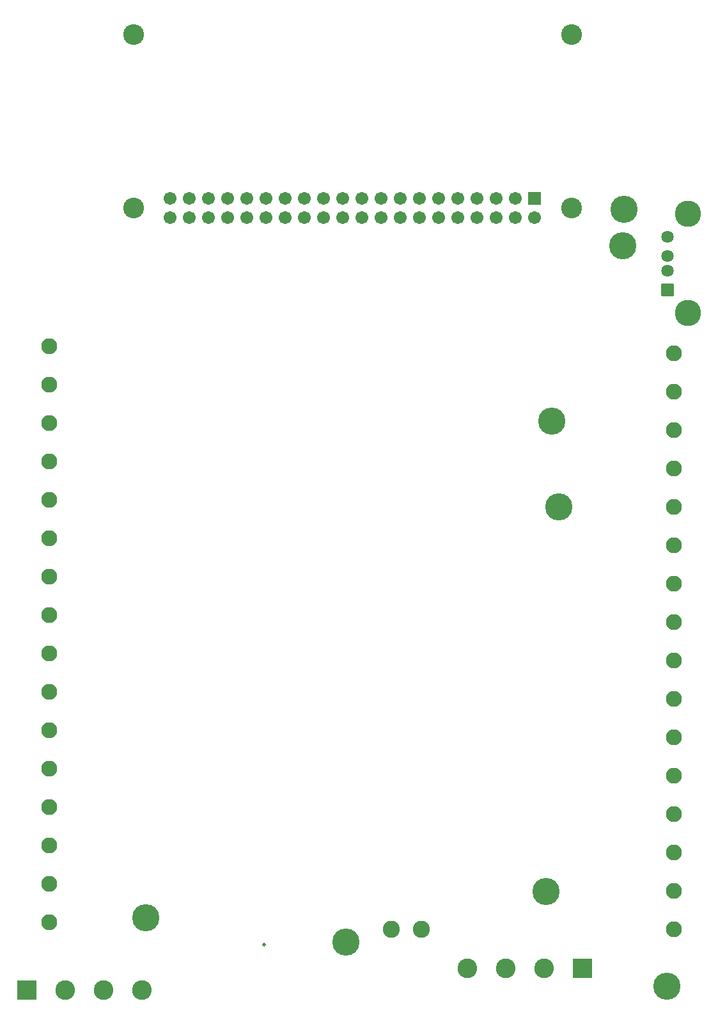
<source format=gbr>
%TF.GenerationSoftware,KiCad,Pcbnew,9.0.6*%
%TF.CreationDate,2025-11-16T07:04:54-06:00*%
%TF.ProjectId,DAQ,4441512e-6b69-4636-9164-5f7063625858,rev?*%
%TF.SameCoordinates,Original*%
%TF.FileFunction,Soldermask,Bot*%
%TF.FilePolarity,Negative*%
%FSLAX46Y46*%
G04 Gerber Fmt 4.6, Leading zero omitted, Abs format (unit mm)*
G04 Created by KiCad (PCBNEW 9.0.6) date 2025-11-16 07:04:54*
%MOMM*%
%LPD*%
G01*
G04 APERTURE LIST*
G04 Aperture macros list*
%AMRoundRect*
0 Rectangle with rounded corners*
0 $1 Rounding radius*
0 $2 $3 $4 $5 $6 $7 $8 $9 X,Y pos of 4 corners*
0 Add a 4 corners polygon primitive as box body*
4,1,4,$2,$3,$4,$5,$6,$7,$8,$9,$2,$3,0*
0 Add four circle primitives for the rounded corners*
1,1,$1+$1,$2,$3*
1,1,$1+$1,$4,$5*
1,1,$1+$1,$6,$7*
1,1,$1+$1,$8,$9*
0 Add four rect primitives between the rounded corners*
20,1,$1+$1,$2,$3,$4,$5,0*
20,1,$1+$1,$4,$5,$6,$7,0*
20,1,$1+$1,$6,$7,$8,$9,0*
20,1,$1+$1,$8,$9,$2,$3,0*%
G04 Aperture macros list end*
%ADD10C,2.108200*%
%ADD11C,3.600000*%
%ADD12C,2.750000*%
%ADD13RoundRect,0.102000X0.754000X0.754000X-0.754000X0.754000X-0.754000X-0.754000X0.754000X-0.754000X0*%
%ADD14C,1.712000*%
%ADD15RoundRect,0.102000X0.714000X-0.714000X0.714000X0.714000X-0.714000X0.714000X-0.714000X-0.714000X0*%
%ADD16C,1.632000*%
%ADD17C,3.480000*%
%ADD18RoundRect,0.102000X1.200000X1.200000X-1.200000X1.200000X-1.200000X-1.200000X1.200000X-1.200000X0*%
%ADD19C,2.604000*%
%ADD20RoundRect,0.102000X-1.200000X-1.200000X1.200000X-1.200000X1.200000X1.200000X-1.200000X1.200000X0*%
%ADD21C,0.499999*%
%ADD22C,2.260600*%
G04 APERTURE END LIST*
D10*
%TO.C,J2*%
X112940253Y-105839253D03*
X112940253Y-110919253D03*
X112940253Y-115999253D03*
X112940253Y-121079253D03*
X112940253Y-126159253D03*
X112940253Y-131239253D03*
X112940253Y-136319253D03*
X112940253Y-141399253D03*
X112940253Y-146479253D03*
X112940253Y-151559253D03*
X112940253Y-156639253D03*
X112940253Y-161719253D03*
X112940253Y-166799253D03*
X112940253Y-171879253D03*
X112940253Y-176959253D03*
X112940253Y-182039253D03*
%TD*%
D11*
%TO.C,TP6*%
X97663000Y-126111000D03*
%TD*%
D12*
%TO.C,A1*%
X99358000Y-86614000D03*
X99358000Y-63614000D03*
X41358000Y-86614000D03*
X41358000Y-63614000D03*
D13*
X94488000Y-85344000D03*
D14*
X94488000Y-87884000D03*
X91948000Y-85344000D03*
X91948000Y-87884000D03*
X89408000Y-85344000D03*
X89408000Y-87884000D03*
X86868000Y-85344000D03*
X86868000Y-87884000D03*
X84328000Y-85344000D03*
X84328000Y-87884000D03*
X81788000Y-85344000D03*
X81788000Y-87884000D03*
X79248000Y-85344000D03*
X79248000Y-87884000D03*
X76708000Y-85344000D03*
X76708000Y-87884000D03*
X74168000Y-85344000D03*
X74168000Y-87884000D03*
X71628000Y-85344000D03*
X71628000Y-87884000D03*
X69088000Y-85344000D03*
X69088000Y-87884000D03*
X66548000Y-85344000D03*
X66548000Y-87884000D03*
X64008000Y-85344000D03*
X64008000Y-87884000D03*
X61468000Y-85344000D03*
X61468000Y-87884000D03*
X58928000Y-85344000D03*
X58928000Y-87884000D03*
X56388000Y-85344000D03*
X56388000Y-87884000D03*
X53848000Y-85344000D03*
X53848000Y-87884000D03*
X51308000Y-85344000D03*
X51308000Y-87884000D03*
X48768000Y-85344000D03*
X48768000Y-87884000D03*
X46228000Y-85344000D03*
X46228000Y-87884000D03*
%TD*%
D10*
%TO.C,J1*%
X30226000Y-181080000D03*
X30226000Y-176000000D03*
X30226000Y-170920000D03*
X30226000Y-165840000D03*
X30226000Y-160760000D03*
X30226000Y-155680000D03*
X30226000Y-150600000D03*
X30226000Y-145520000D03*
X30226000Y-140440000D03*
X30226000Y-135360000D03*
X30226000Y-130280000D03*
X30226000Y-125200000D03*
X30226000Y-120120000D03*
X30226000Y-115040000D03*
X30226000Y-109960000D03*
X30226000Y-104880000D03*
%TD*%
D15*
%TO.C,J3*%
X112098000Y-97387000D03*
D16*
X112098000Y-94887000D03*
X112098000Y-92887000D03*
X112098000Y-90387000D03*
D17*
X114808000Y-100457000D03*
X114808000Y-87317000D03*
%TD*%
D11*
%TO.C,TP7*%
X112000000Y-189500000D03*
%TD*%
%TO.C,TP1*%
X106172000Y-91567000D03*
%TD*%
%TO.C,TP5*%
X69464000Y-183669501D03*
%TD*%
%TO.C,TP8*%
X43000000Y-180500000D03*
%TD*%
D18*
%TO.C,J5*%
X100838000Y-187198000D03*
D19*
X95758000Y-187198000D03*
X90678000Y-187198000D03*
X85598000Y-187198000D03*
%TD*%
D11*
%TO.C,TP3*%
X96774000Y-114808000D03*
%TD*%
%TO.C,TP4*%
X96000000Y-177000000D03*
%TD*%
%TO.C,TP2*%
X106299000Y-86741000D03*
%TD*%
D20*
%TO.C,J7*%
X27260000Y-190000000D03*
D19*
X32340000Y-190000000D03*
X37420000Y-190000000D03*
X42500000Y-190000000D03*
%TD*%
D21*
%TO.C,U1*%
X58669000Y-184068002D03*
%TD*%
D22*
%TO.C,J10*%
X79460001Y-182000000D03*
X75500000Y-182000000D03*
%TD*%
M02*

</source>
